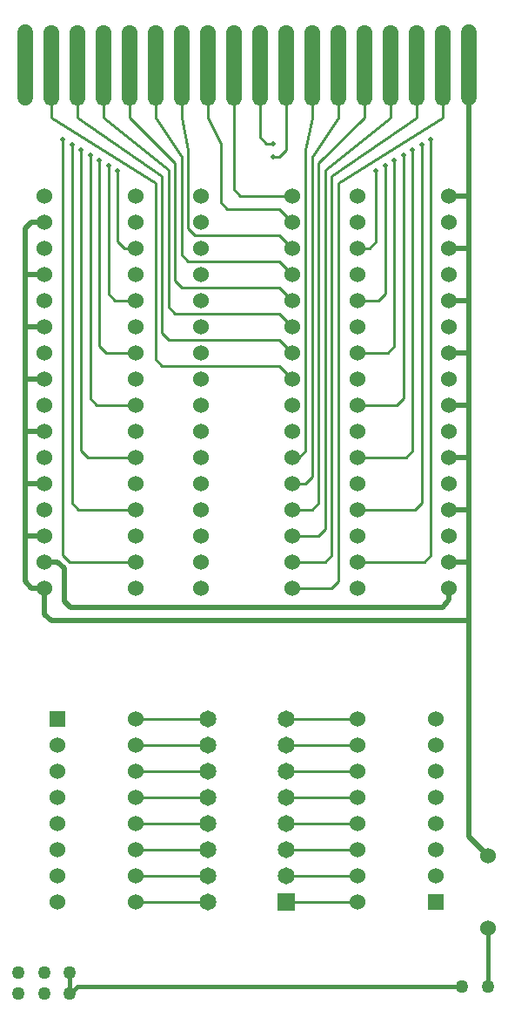
<source format=gtl>
%FSTAX24Y24*%
%MOIN*%
%IN ucard16.gtl *%
%ADD10C,0.0100*%
%ADD11C,0.0150*%
%ADD12C,0.0200*%
%ADD13C,0.0500*%
%ADD14C,0.0600*%
%ADD15C,0.0650*%
%ADD16O,0.0600X0.3100*%
%ADD17R,0.0600X0.0600*%
%ADD18R,0.0650X0.0650*%
D14*X011732Y020605D03*D16*X013482Y036605D03*D14*X008232Y020605D03*D12*
X010982Y033105D03*D16*X011482Y036605D03*D14*X014232Y024605D03*
X017732D03*X008232Y031605D03*D12*X014932Y032555D03*D14*
X014232Y029605D03*D12*X017032Y033755D03*D14*X014232Y017605D03*D12*
X016682Y033555D03*D14*X014232Y019605D03*D12*X016332Y033355D03*D14*
X014232Y021605D03*D12*X004682Y032755D03*D14*X005732Y027605D03*D12*
X002932Y033755D03*D14*X005732Y017605D03*D16*X002482Y036605D03*D14*
X011732Y024605D03*D16*X004482Y036605D03*D14*X011732Y026605D03*D16*
X005482Y036605D03*D14*X011732Y027605D03*D16*X008482Y036605D03*D14*
X011732Y030605D03*D16*X009482Y036605D03*D14*X011732Y031605D03*D16*
X010482Y036605D03*D12*X010982Y033605D03*D16*X014482Y036605D03*D14*
X011732Y019605D03*D16*X016482Y036605D03*D14*X011732Y017605D03*
X014232Y022605D03*X017732D03*X014232Y016605D03*X017732D03*
X002232Y017605D03*X005732Y018605D03*Y020605D03*D18*X011482Y004605D03*
D14*X014232Y004605D03*D15*X008482Y010605D03*D14*X005732D03*D15*
X008482Y008605D03*D14*X005732D03*D15*X008482Y006605D03*D14*X005732D03*
D15*X008482Y004605D03*D14*X005732D03*D15*X011482Y006605D03*D14*
X014232Y006605D03*D15*X011482Y008605D03*D14*X014232Y008605D03*D15*
X011482Y010605D03*D14*X014232Y010605D03*X005732Y016605D03*
X008232Y024605D03*X011732Y021605D03*D16*X012482Y036605D03*D14*
X008232Y021605D03*D12*X001482Y035355D03*D13*X019216Y001361D03*D14*
X019232Y003599D03*D17*X017232Y004605D03*D14*X014232Y009605D03*D15*
X011482Y009605D03*D14*X014232Y007605D03*D15*X011482Y007605D03*D14*
X014232Y005605D03*D15*X011482Y005605D03*D14*X017232Y005605D03*
Y006605D03*Y007605D03*Y008605D03*Y009605D03*Y010605D03*Y011605D03*
X014232D03*D15*X011482Y011605D03*D17*X002732D03*D14*X005732Y005605D03*
D15*X008482D03*D14*X005732Y007605D03*D15*X008482D03*D14*
X005732Y009605D03*D15*X008482D03*D14*X005732Y011605D03*D15*X008482D03*
D14*X002732Y010605D03*Y009605D03*Y008605D03*Y007605D03*Y006605D03*
Y005605D03*Y004605D03*X014232Y028605D03*X017732D03*X011732Y022605D03*
X008232D03*X005732Y023605D03*D12*X003982Y033155D03*D14*
X002232Y023605D03*X011732Y029605D03*D16*X007482Y036605D03*D14*
X008232Y029605D03*X002232Y027605D03*X005732Y026605D03*
X019232Y006355D03*X017732Y031605D03*D12*X018482Y035355D03*D14*
X017732Y029605D03*Y027605D03*Y025605D03*Y023605D03*Y021605D03*
Y019605D03*Y017605D03*X002232Y016605D03*Y018605D03*Y022605D03*
Y026605D03*Y028605D03*Y030605D03*Y024605D03*Y020605D03*
X014232Y031605D03*Y026605D03*X017732D03*X005732Y031605D03*X002232D03*
X008232Y027605D03*X014232Y018605D03*X017732D03*X011732Y025605D03*D16*
X003482Y036605D03*D14*X008232Y025605D03*X014232Y023605D03*D12*
X015982Y033155D03*D14*X008232Y019605D03*X005732Y019605D03*D12*
X003282Y033555D03*D14*X002232Y019605D03*X014232Y027605D03*D12*
X015282Y032755D03*D14*X005732Y022605D03*X014232Y020605D03*X017732D03*
X005732Y028605D03*X014232Y030605D03*X017732D03*X008232Y030605D03*
X011732Y028605D03*D16*X006482Y036605D03*D14*X008232Y028605D03*
X011732Y023605D03*X008232D03*X011732Y016605D03*D16*X017482Y036605D03*
D14*X008232Y016605D03*X005732Y024605D03*X014232Y025605D03*D12*
X015632Y032955D03*D14*X005732Y030605D03*X008232Y017605D03*
X005732Y029605D03*D12*X005032Y032555D03*D14*X002232Y029605D03*
X005732Y021605D03*D12*X003632Y033355D03*D14*X002232Y021605D03*
X011732Y018605D03*D16*X015482Y036605D03*D14*X008232Y018605D03*D13*
X0032Y001893D03*Y001105D03*X018232Y001361D03*X001232Y001893D03*
Y001105D03*X002216Y001893D03*Y001105D03*D14*X005732Y025605D03*D12*
X004332Y032955D03*D14*X002232Y025605D03*X008232Y026605D03*D10*
X011732Y020605D02*G01X012232D01*X012482Y020855D01*Y033105D01*
X013482Y034605D01*Y036605D01*X010982Y033105D02*X011232D01*
X011482Y033355D01*Y036605D01*X014932Y032555D02*Y029855D01*
X014682Y029605D01*X014232D01*X017032Y033755D02*Y017855D01*
X016782Y017605D01*X014232D01*X016682Y033555D02*Y019855D01*
X016432Y019605D01*X014232D01*X016332Y033355D02*Y021855D01*
X016082Y021605D01*X014232D01*X004682Y032755D02*Y027855D01*
X004932Y027605D01*X005732D01*X002932Y033755D02*Y017855D01*
X003182Y017605D01*X005732D01*X002482Y036605D02*Y034605D01*
X006482Y032105D01*Y025355D01*X006732Y025105D01*X011232D01*
X011732Y024605D01*X004482Y036605D02*Y034605D01*X006982Y032605D01*
Y027355D01*X007232Y027105D01*X011232D01*X011732Y026605D01*
X005482Y036605D02*Y034605D01*X007232Y032855D01*Y028355D01*
X007482Y028105D01*X011232D01*X011732Y027605D01*X008482Y036605D02*
Y034605D01*X008982Y033605D01*Y031355D01*X009232Y031105D01*X011232D01*
X011732Y030605D01*X009482Y036605D02*Y031855D01*X009732Y031605D01*
X011732D01*X010482Y036605D02*Y033855D01*X010732Y033605D01*X010982D01*
X014482Y036605D02*Y034605D01*X012732Y032855D01*Y019855D01*
X012482Y019605D01*X011732D01*X016482Y036605D02*Y034605D01*
X013232Y032355D01*Y017855D01*X012982Y017605D01*X011732D01*D12*
X017732Y016605D02*Y016155D01*X017482Y015855D01*X003232D01*
X002982Y016105D01*Y017355D01*X002732Y017605D01*X002232Y017605D01*D10*
X011482Y004605D02*X014232Y004605D01*X008482Y010605D02*X005732D01*
X008482Y008605D02*X005732D01*X008482Y006605D02*X005732D01*
X008482Y004605D02*X005732D01*X011482Y006605D02*X014232Y006605D01*
X011482Y008605D02*X014232Y008605D01*X011482Y010605D02*
X014232Y010605D01*X011732Y021605D02*X011982D01*X012232Y021855D01*
Y033355D01*X012482Y034605D01*Y036605D01*D11*X019216Y001361D02*
X019232Y003599D01*D10*X014232Y009605D02*X011482Y009605D01*
X014232Y007605D02*X011482Y007605D01*X014232Y005605D02*
X011482Y005605D01*X014232Y011605D02*X011482Y011605D01*
X005732Y005605D02*X008482D01*X005732Y007605D02*X008482D01*
X005732Y009605D02*X008482D01*X005732Y011605D02*X008482D01*
X005732Y023605D02*X004232D01*X003982Y023855D01*Y033155D01*
X011732Y029605D02*X011232Y030105D01*X007982D01*X007732Y030355D01*
Y033355D01*X007482Y034605D01*Y036605D01*D12*X019232Y006355D02*
X018482Y007105D01*Y015355D01*Y017605D01*Y019605D01*Y021605D01*
Y023605D01*Y025605D01*Y027605D01*Y029605D01*Y031605D01*X017732D01*
X018482D02*Y035355D01*Y029605D02*X017732Y029605D01*X018482Y027605D02*
X017732D01*X018482Y025605D02*X017732Y025605D01*X018482Y023605D02*
X017732Y023605D01*X018482Y021605D02*X017732Y021605D01*
X018482Y019605D02*X017732Y019605D01*X018482Y017605D02*
X017732Y017605D01*X018482Y015355D02*X002482D01*X002232Y015605D01*
Y016605D01*X001732D01*X001482Y016855D01*Y018605D01*X002232Y018605D01*
X001482Y018605D02*Y020605D01*Y022605D01*X002232Y022605D01*
X001482Y022605D02*Y024605D01*Y026605D01*X002232D01*X001482D02*
Y028605D01*X002232D01*X001482D02*Y030355D01*X001732Y030605D01*
X002232D01*X001482Y024605D02*X002232D01*X001482Y020605D02*X002232D01*
D10*X011732Y025605D02*X011232Y026105D01*X006982D01*X006732Y026355D01*
Y032355D01*X003482Y034605D01*Y036605D01*X014232Y023605D02*X015732D01*
X015982Y023855D01*Y033155D01*X005732Y019605D02*X003532Y019605D01*
X003282Y019855D01*Y033555D01*X014232Y027605D02*X015032D01*
X015282Y027855D01*Y032755D01*X011732Y028605D02*X011232Y029105D01*
X007732D01*X007482Y029355D01*Y033105D01*X006482Y034605D01*Y036605D01*
X011732Y016605D02*X013232D01*X013482Y016855D01*Y032105D01*
X017482Y034605D01*Y036605D01*X014232Y025605D02*X015382D01*
X015632Y025855D01*Y032955D01*X005732Y029605D02*X005282Y029605D01*
X005032Y029855D01*Y032555D01*X005732Y021605D02*X003882D01*
X003632Y021855D01*Y033355D01*X011732Y018605D02*X012732D01*
X012982Y018855D01*Y032605D01*X015482Y034605D01*Y036605D01*D11*
X0032Y001893D02*Y001105D01*X003482Y001355D01*X018232Y001361D01*D10*
X005732Y025605D02*X005232Y025605D01*X004582D01*X004332Y025855D01*
Y032955D01*D14*X018482Y035355D02*Y037855D01*X001482Y035355D02*
Y037855D01*
M02*
</source>
